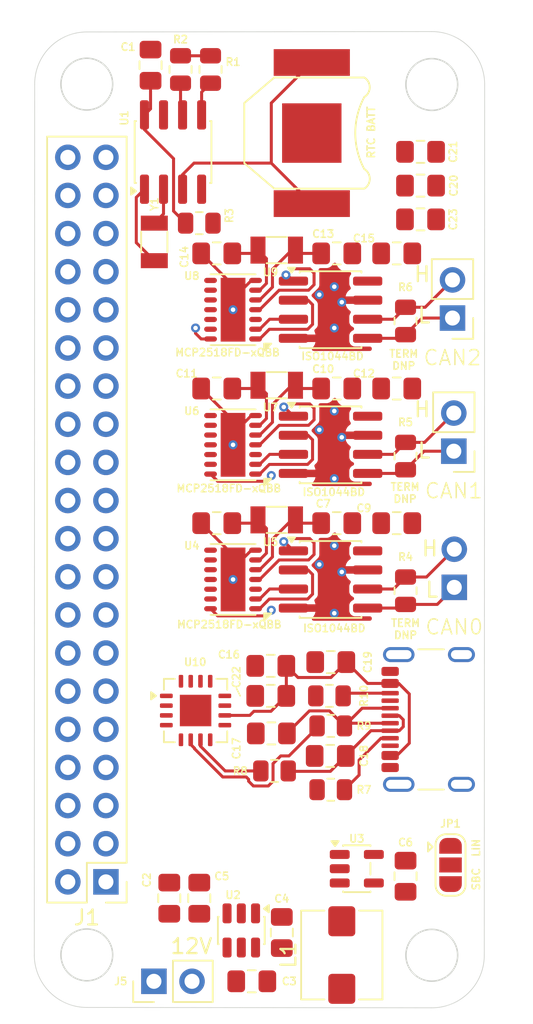
<source format=kicad_pcb>
(kicad_pcb (version 20241229) (generator "pcbnew") (generator_version "9.0")
  (layers (0 "F.Cu" signal) (4 "In1.Cu" signal) (6 "In2.Cu" signal) (2 "B.Cu" signal) (13 "F.Paste" user) (15 "B.Paste" user) (5 "F.SilkS" user "F.Silkscreen") (7 "B.SilkS" user "B.Silkscreen") (1 "F.Mask" user) (3 "B.Mask" user) (25 "Edge.Cuts" user))
  (net 0 "")
  (net 1 "Net-(BT1-+)")
  (net 2 "GND")
  (net 3 "Net-(U1-VDD)")
  (net 4 "+12V")
  (net 5 "Net-(U2-SW)")
  (net 6 "Net-(U2-BST)")
  (net 7 "+5V")
  (net 8 "Net-(JP1-A)")
  (net 9 "Net-(U4-OSC2)")
  (net 10 "Net-(U4-OSC1)")
  (net 11 "Net-(U6-OSC2)")
  (net 12 "Net-(U6-OSC1)")
  (net 13 "Net-(U8-OSC2)")
  (net 14 "Net-(U8-OSC1)")
  (net 15 "Net-(U10-VCC)")
  (net 16 "Net-(C17-Pad1)")
  (net 17 "Net-(C18-Pad1)")
  (net 18 "+3V3")
  (net 19 "/CAN1_~{INT0}")
  (net 20 "/CAN0_~{INT0}")
  (net 21 "/RF_SPI_~{CS}")
  (net 22 "/PI_RX")
  (net 23 "/CAN1_GPIO1")
  (net 25 "/CAN2_~{INT0}")
  (net 26 "/CAN2_~{CS}")
  (net 27 "/CAN_SPI_MISO")
  (net 28 "/CAN2_~{INT1}")
  (net 29 "/RF_SPI_MISO")
  (net 30 "/CAN0_GPIO1")
  (net 31 "/CAN1_~{CS}")
  (net 33 "/CAN0_~{INT1}")
  (net 35 "/RF_SPI_SCLK")
  (net 37 "/CAN_SPI_SCLK")
  (net 38 "/CAN2_GPIO1")
  (net 39 "/SBC_3v3")
  (net 40 "/CAN_SPI_MOSI")
  (net 41 "/CAN0_~{CS}")
  (net 43 "/PI_TX")
  (net 46 "/CAN1_~{INT1}")
  (net 47 "/RF_SPI_MOSI")
  (net 48 "/Can interface and transiever/CAN_H")
  (net 49 "/Can interface and transiever/CAN_L")
  (net 50 "/Can interface and transiever1/CAN_L")
  (net 51 "/Can interface and transiever1/CAN_H")
  (net 52 "/Can interface and transiever2/CAN_H")
  (net 53 "/Can interface and transiever2/CAN_L")
  (net 54 "Net-(J8-CC1)")
  (net 58 "Net-(J8-CC2)")
  (net 59 "/SDA_I2C1")
  (net 60 "/SCL_I2C1")
  (net 61 "Net-(U10-USBDM)")
  (net 62 "Net-(U10-USBDP)")
  (net 63 "Net-(U1-OSCO)")
  (net 64 "Net-(U1-OSCI)")
  (net 65 "SQW")
  (net 67 "Net-(U4-RXCAN)")
  (net 69 "Net-(U4-TXCAN)")
  (net 70 "Net-(U6-TXCAN)")
  (net 71 "Net-(U6-RXCAN)")
  (net 73 "Net-(U8-RXCAN)")
  (net 75 "Net-(U8-TXCAN)")
  (footprint "Resistor_SMD:R_0805_2012Metric" (layer "F.Cu") (at 141.2655 73.988087 180)
    (property "Reference" "R9")
    (property "Value" "27Ω")
  )
  (footprint "Capacitor_SMD:C_0805_2012Metric_Pad1.18x1.45mm_HandSolder" (layer "F.Cu") (at 141.2655 69.738087)
    (property "Reference" "C19")
    (property "Value" "100nF")
  )
  (footprint "Resistor_SMD:R_0805_2012Metric" (layer "F.Cu") (at 146.25 56.015 -90)
    (property "Reference" "R5")
    (property "Value" "120R")
  )
  (footprint "Connector_PinHeader_2.54mm:PinHeader_2x20_P2.54mm_Vertical" (layer "F.Cu") (at 126.275 84.375 180)
    (property "Reference" "J1")
    (property "Value" "Raspberry_Pi_4")
  )
  (footprint "Capacitor_SMD:C_0805_2012Metric_Pad1.18x1.45mm_HandSolder" (layer "F.Cu") (at 132.5 85.4625 90)
    (property "Reference" "C5")
    (property "Value" "1uF")
  )
  (footprint "Inductor_SMD:L_Bourns_SRP5030T" (layer "F.Cu") (at 142 89.25 90)
    (property "Reference" "L1")
    (property "Value" "4.7uF")
  )
  (footprint "Connector_PinHeader_2.54mm:PinHeader_1x02_P2.54mm_Vertical" (layer "F.Cu") (at 149.468454 55.69 180)
    (property "Reference" "J3" (hide yes))
    (property "Value" "CAN1")
  )
  (footprint "Resistor_SMD:R_0805_2012Metric" (layer "F.Cu") (at 132.5 40.5 180)
    (property "Reference" "R3")
    (property "Value" "1k")
  )
  (footprint "Capacitor_SMD:C_0805_2012Metric_Pad1.18x1.45mm_HandSolder" (layer "F.Cu") (at 137.2655 71.988087)
    (property "Reference" "C22")
    (property "Value" "4.7uF")
  )
  (footprint "Capacitor_SMD:C_0805_2012Metric_Pad1.18x1.45mm_HandSolder" (layer "F.Cu") (at 137.303 74.488087 180)
    (property "Reference" "C17")
    (property "Value" "47pF")
  )
  (footprint "Capacitor_SMD:C_0805_2012Metric_Pad1.18x1.45mm_HandSolder" (layer "F.Cu") (at 145.6625 51.515)
    (property "Reference" "C12")
    (property "Value" "100nF")
  )
  (footprint "Capacitor_SMD:C_0805_2012Metric_Pad1.18x1.45mm_HandSolder" (layer "F.Cu") (at 137.2655 69.988087)
    (property "Reference" "C16")
    (property "Value" "10nF")
  )
  (footprint "Resistor_SMD:R_0805_2012Metric" (layer "F.Cu") (at 133.25 30.265 -90)
    (property "Reference" "R1")
    (property "Value" "10k")
  )
  (footprint "Package_SO:SOIC-8_3.9x4.9mm_P1.27mm" (layer "F.Cu") (at 141.25 64.23375)
    (property "Reference" "U5")
    (property "Value" "ISO1044BD")
  )
  (footprint "Capacitor_SMD:C_0805_2012Metric_Pad1.18x1.45mm_HandSolder" (layer "F.Cu") (at 133.6625 51.515 180)
    (property "Reference" "C11")
    (property "Value" "22pF")
  )
  (footprint "Resistor_SMD:R_0805_2012Metric" (layer "F.Cu") (at 146.25 47.015 -90)
    (property "Reference" "R6")
    (property "Value" "120R")
  )
  (footprint "Crystal:Crystal_SMD_3215-2Pin_3.2x1.5mm" (layer "F.Cu") (at 137.6625 60.265)
    (property "Reference" "XTAL1" (hide yes))
    (property "Value" "ECS-_327-12_5-34B-TR")
  )
  (footprint "Battery:BatteryHolder_Keystone_2998_1x6.8mm" (layer "F.Cu") (at 140 34.5 -90)
    (property "Reference" "BT1" (hide yes))
    (property "Value" "CR1025 Battery Holder")
  )
  (footprint "Package_SO:SOIC-8_3.9x4.9mm_P1.27mm" (layer "F.Cu") (at 141.25 46.265)
    (property "Reference" "U9" (hide yes))
    (property "Value" "ISO1044BD")
  )
  (footprint "Capacitor_SMD:C_0805_2012Metric_Pad1.18x1.45mm_HandSolder" (layer "F.Cu") (at 133.6625 42.515 180)
    (property "Reference" "C14")
    (property "Value" "22pF")
  )
  (footprint "Resistor_SMD:R_0805_2012Metric" (layer "F.Cu") (at 146.25 64.98375 -90)
    (property "Reference" "R4")
    (property "Value" "120R")
  )
  (footprint "Capacitor_SMD:C_0805_2012Metric_Pad1.18x1.45mm_HandSolder" (layer "F.Cu") (at 133.6625 60.48375 180)
    (property "Reference" "C8" (hide yes))
    (property "Value" "22pF")
  )
  (footprint "Capacitor_SMD:C_0805_2012Metric_Pad1.18x1.45mm_HandSolder" (layer "F.Cu") (at 147.25 40.25 180)
    (property "Reference" "C23")
    (property "Value" "100nF")
  )
  (footprint "Resistor_SMD:R_0805_2012Metric" (layer "F.Cu") (at 141.178 71.988087 180)
    (property "Reference" "R10")
    (property "Value" "5.1kΩ")
  )
  (footprint "Connector_PinHeader_2.54mm:PinHeader_1x02_P2.54mm_Vertical" (layer "F.Cu") (at 129.475 91 90)
    (property "Reference" "J5")
    (property "Value" "PWR IN")
  )
  (footprint "Resistor_SMD:R_0805_2012Metric" (layer "F.Cu") (at 131.25 30.265 -90)
    (property "Reference" "R2")
    (property "Value" "10k")
  )
  (footprint "Capacitor_SMD:C_0805_2012Metric_Pad1.18x1.45mm_HandSolder" (layer "F.Cu") (at 141.6625 51.515)
    (property "Reference" "C10")
    (property "Value" "22pF")
  )
  (footprint "Capacitor_SMD:C_0805_2012Metric_Pad1.18x1.45mm_HandSolder" (layer "F.Cu") (at 129.25 29.9775 90)
    (property "Reference" "C1")
    (property "Value" "10uF")
  )
  (footprint "Capacitor_SMD:C_0805_2012Metric_Pad1.18x1.45mm_HandSolder" (layer "F.Cu") (at 147.25 38 180)
    (property "Reference" "C20")
    (property "Value" "100nF")
  )
  (footprint "Capacitor_SMD:C_0805_2012Metric_Pad1.18x1.45mm_HandSolder" (layer "F.Cu") (at 136 91)
    (property "Reference" "C3")
    (property "Value" "100nF")
  )
  (footprint "Package_DFN_QFN:DFN-14-1EP_3x4.5mm_P0.65mm_EP1.65x4.25mm" (layer "F.Cu") (at 134.75 64.23375 180)
    (property "Reference" "U4")
    (property "Value" "MCP2518FD-xQBB")
  )
  (footprint "Package_SO:SOIC-8_3.9x4.9mm_P1.27mm" (layer "F.Cu") (at 130.75 35.765 90)
    (property "Reference" "U1")
    (property "Value" "PCF8523T")
  )
  (footprint "Resistor_SMD:R_0805_2012Metric" (layer "F.Cu") (at 141.2655 78.238087 180)
    (property "Reference" "R7")
    (property "Value" "5.1kΩ")
  )
  (footprint "Package_SO:SOIC-8_3.9x4.9mm_P1.27mm" (layer "F.Cu") (at 141.25 55.265)
    (property "Reference" "U7" (hide yes))
    (property "Value" "ISO1044BD")
  )
  (footprint "Connector_PinHeader_2.54mm:PinHeader_1x02_P2.54mm_Vertical" (layer "F.Cu") (at 149.380954 46.82125 180)
    (property "Reference" "J4" (hide yes))
    (property "Value" "CAN2")
  )
  (footprint "Jumper:SolderJumper-3_P1.3mm_Open_RoundedPad1.0x1.5mm" (layer "F.Cu") (at 149.25 83.25 -90)
    (property "Reference" "JP1")
    (property "Value" "3.3 Sel")
  )
  (footprint "Package_DFN_QFN:QFN-16-1EP_4x4mm_P0.65mm_EP2.1x2.1mm" (layer "F.Cu") (at 132.253 72.963087)
    (property "Reference" "U10")
    (property "Value" "FT230XQ")
  )
  (footprint "Connector_PinHeader_2.54mm:PinHeader_1x02_P2.54mm_Vertical" (layer "F.Cu") (at 149.5 64.75875 180)
    (property "Reference" "J2" (hide yes))
    (property "Value" "CAN0")
  )
  (footprint "Package_DFN_QFN:DFN-14-1EP_3x4.5mm_P0.65mm_EP1.65x4.25mm" (layer "F.Cu") (at 134.75 55.265 180)
    (property "Reference" "U6" (hide yes))
    (property "Value" "MCP2518FD-xQBB")
  )
  (footprint "Connector_USB:USB_C_Receptacle_GCT_USB4105-xx-A_16P_TopMnt_Horizontal" (layer "F.Cu") (at 148.903 73.558087 90)
    (property "Reference" "J8" (hide yes))
    (property "Value" "USB_C_Receptacle_USB2.0_16P")
  )
  (footprint "Capacitor_SMD:C_0805_2012Metric_Pad1.18x1.45mm_HandSolder" (layer "F.Cu") (at 141.6625 60.48375)
    (property "Reference" "C7")
    (property "Value" "22pF")
  )
  (footprint "Capacitor_SMD:C_0805_2012Metric_Pad1.18x1.45mm_HandSolder" (layer "F.Cu") (at 145.6625 60.48375)
    (property "Reference" "C9")
    (property "Value" "100nF")
  )
  (footprint "Package_TO_SOT_SMD:TSOT-23-6" (layer "F.Cu") (at 135.3 87.6125 -90)
    (property "Reference" "U2")
    (property "Value" "AP63205WU")
  )
  (footprint "Crystal:Crystal_SMD_3215-2Pin_3.2x1.5mm" (layer "F.Cu") (at 129.5 41.75 90)
    (property "Reference" "Y1")
    (property "Value" "32.768 kHz Quartz Crystal")
  )
  (footprint "Resistor_SMD:R_0805_2012Metric" (layer "F.Cu") (at 137.5155 76.988087 180)
    (property "Reference" "R8")
    (property "Value" "27Ω")
  )
  (footprint "Capacitor_SMD:C_0805_2012Metric_Pad1.18x1.45mm_HandSolder" (layer "F.Cu") (at 130.5 85.4625 -90)
    (property "Reference" "C2")
    (property "Value" "10uF")
  )
  (footprint "Capacitor_SMD:C_0805_2012Metric_Pad1.18x1.45mm_HandSolder" (layer "F.Cu") (at 145.6625 42.515)
    (property "Reference" "C15")
    (property "Value" "100nF")
  )
  (footprint "Package_DFN_QFN:DFN-14-1EP_3x4.5mm_P0.65mm_EP1.65x4.25mm" (layer "F.Cu") (at 134.75 46.265 180)
    (property "Reference" "U8" (hide yes))
    (property "Value" "MCP2518FD-xQBB")
  )
  (footprint "Crystal:Crystal_SMD_3215-2Pin_3.2x1.5mm" (layer "F.Cu") (at 137.6625 42.29625)
    (property "Reference" "XTAL3" (hide yes))
    (property "Value" "ECS-_327-12_5-34B-TR")
  )
  (footprint "Capacitor_SMD:C_0805_2012Metric_Pad1.18x1.45mm_HandSolder" (layer "F.Cu") (at 147.25 35.75 180)
    (property "Reference" "C21")
    (property "Value" "100nF")
  )
  (footprint "Capacitor_SMD:C_0805_2012Metric_Pad1.18x1.45mm_HandSolder" (layer "F.Cu") (at 138 87.75 90)
    (property "Reference" "C4")
    (property "Value" "47uF")
  )
  (footprint "Capacitor_SMD:C_0805_2012Metric_Pad1.18x1.45mm_HandSolder" (layer "F.Cu") (at 141.6625 42.515)
    (property "Reference" "C13")
    (property "Value" "22pF")
  )
  (footprint "Package_TO_SOT_SMD:SOT-23-5" (layer "F.Cu") (at 143 83.5)
    (property "Reference" "U3")
    (property "Value" "MIC5504-3.3YM5")
  )
  (footprint "Capacitor_SMD:C_0805_2012Metric_Pad1.18x1.45mm_HandSolder" (layer "F.Cu") (at 141.228 75.988087 180)
    (property "Reference" "C18")
    (property "Value" "47pF")
  )
  (footprint "Capacitor_SMD:C_0805_2012Metric_Pad1.18x1.45mm_HandSolder" (layer "F.Cu") (at 146.25 84 90)
    (property "Reference" "C6")
    (property "Value" "1uF")
  )
  (footprint "Crystal:Crystal_SMD_3215-2Pin_3.2x1.5mm" (layer "F.Cu") (at 137.6625 51.29625)
    (property "Reference" "XTAL2" (hide yes))
    (property "Value" "ECS-_327-12_5-34B-TR")
  )
  (gr_line (start 134.978 71.488087) (end 135.228 71.988087) (stroke (width 0.1)) (layer "F.SilkS"))
  (gr_line (start 121.500027 89.265) (end 121.525191 31.264819) (stroke (width 0.05)) (layer "Edge.Cuts"))
  (gr_arc (start 148 27.739874) (mid 150.483678 28.763428) (end 151.525035 31.239694) (stroke (width 0.05)) (layer "Edge.Cuts"))
  (gr_arc (start 151.5 89.239874) (mid 150.479014 91.735855) (end 147.986412 92.765064) (stroke (width 0.05)) (layer "Edge.Cuts"))
  (gr_circle (center 148 89.265) (end 148 87.540126) (stroke (width 0.1)) (fill no) (layer "Edge.Cuts"))
  (gr_line (start 151.525035 31.239671) (end 151.5 89.239901) (stroke (width 0.05)) (layer "Edge.Cuts"))
  (gr_circle (center 125 89.239874) (end 125 87.515) (stroke (width 0.1)) (fill no) (layer "Edge.Cuts"))
  (gr_arc (start 125 92.739964) (mid 122.533962 91.723679) (end 121.5 89.265) (stroke (width 0.05)) (layer "Edge.Cuts"))
  (gr_circle (center 124.999999 31.239873) (end 124.999999 29.514999) (stroke (width 0.1)) (fill no) (layer "Edge.Cuts"))
  (gr_line (start 125.01349 27.765028) (end 148 27.739874) (stroke (width 0.05)) (layer "Edge.Cuts"))
  (gr_arc (start 121.52519 31.264819) (mid 122.538828 28.786802) (end 125.01349 27.765) (stroke (width 0.05)) (layer "Edge.Cuts"))
  (gr_line (start 147.986412 92.765064) (end 125 92.739964) (stroke (width 0.05)) (layer "Edge.Cuts"))
  (gr_circle (center 148.000001 31.264999) (end 148.000001 29.540125) (stroke (width 0.1)) (fill no) (layer "Edge.Cuts"))
  (gr_text "CAN1" (at 147.468454 58.915 0) (layer "F.SilkS") (effects (font (size 1 1) (thickness 0.1)) (justify left bottom)))
  (gr_text "H" (at 146.735 53.492064 0) (layer "F.SilkS") (effects (font (size 1 1)) (justify left bottom)))
  (gr_text "L" (at 146.985 47.242064 0) (layer "F.SilkS") (effects (font (size 1 1)) (justify left bottom)))
  (gr_text "L" (at 146.985 56.242064 0) (layer "F.SilkS") (effects (font (size 1 1)) (justify left bottom)))
  (gr_text "ISO1044BD" (at 141.468454 58.415 0) (layer "F.SilkS") (effects (font (size 0.5 0.5) (thickness 0.1) (bold yes))))
  (gr_text "ISO1044BD" (at 141.380954 49.365 0) (layer "F.SilkS") (effects (font (size 0.5 0.5) (thickness 0.1) (bold yes))))
  (gr_text "CAN0" (at 147.5 67.98375 0) (layer "F.SilkS") (effects (font (size 1 1) (thickness 0.1)) (justify left bottom)))
  (gr_text "12V" (at 130.5 89.25 0) (layer "F.SilkS") (effects (font (size 1 1)) (justify left bottom)))
  (gr_text "H" (at 146.735 44.492064 0) (layer "F.SilkS") (effects (font (size 1 1)) (justify left bottom)))
  (gr_text "SBC  LIN" (at 151.25 85 90) (layer "F.SilkS") (effects (font (size 0.5 0.5) (thickness 0.1) (bold yes)) (justify left bottom)))
  (gr_text "MCP2518FD-xQBB" (at 134.468454 58.165 0) (layer "F.SilkS") (effects (font (size 0.5 0.5) (thickness 0.1) (bold yes))))
  (gr_text "MCP2518FD-xQBB" (at 134.380954 49.115 0) (layer "F.SilkS") (effects (font (size 0.5 0.5) (thickness 0.1) (bold yes))))
  (gr_text "TERM\nDNP" (at 146.130954 50.29625 0) (layer "F.SilkS") (effects (font (size 0.5 0.5) (thickness 0.1)) (justify bottom)))
  (gr_text "TERM\nDNP" (at 146.25 68.23375 0) (layer "F.SilkS") (effects (font (size 0.5 0.5) (thickness 0.1)) (justify bottom)))
  (gr_text "CAN2" (at 147.380954 50.04625 0) (layer "F.SilkS") (effects (font (size 1 1) (thickness 0.1)) (justify left bottom)))
  (gr_text "TERM\nDNP" (at 146.218454 59.165 0) (layer "F.SilkS") (effects (font (size 0.5 0.5) (thickness 0.1)) (justify bottom)))
  (gr_text "RTC BATT" (at 144.25 36.25 90) (layer "F.SilkS") (effects (font (size 0.5 0.5) (thickness 0.1) (bold yes)) (justify left bottom)))
  (segment (start 137.3 36.5) (end 140 39.2) (width 0.2) (layer "F.Cu") (net 1))
  (segment (start 140 29.8) (end 137.3 32.5) (width 0.2) (layer "F.Cu") (net 1))
  (segment (start 137.3 32.5) (end 137.3 36.5) (width 0.2) (layer "F.Cu") (net 1))
  (segment (start 131.385 38.24) (end 131.385 37.265001) (width 0.2) (layer "F.Cu") (net 1))
  (segment (start 131.385 37.265001) (end 132.150001 36.5) (width 0.2) (layer "F.Cu") (net 1))
  (segment (start 132.150001 36.5) (end 137.3 36.5) (width 0.2) (layer "F.Cu") (net 1))
  (segment (start 143.725 54.63) (end 142.135 54.63) (width 0.2) (layer "F.Cu") (net 2))
  (segment (start 142.135 63.59875) (end 142 63.73375) (width 0.2) (layer "F.Cu") (net 2))
  (segment (start 136.25 62.28375) (end 135.975 62.28375) (width 0.2) (layer "F.Cu") (net 2))
  (segment (start 135.975 53.315) (end 134.75 54.54) (width 0.2) (layer "F.Cu") (net 2))
  (segment (start 134.75 54.54) (end 134.75 55.265) (width 0.2) (layer "F.Cu") (net 2))
  (segment (start 134.75 44.3025) (end 134.75 46.265) (width 0.2) (layer "F.Cu") (net 2))
  (segment (start 143.725 63.59875) (end 142.135 63.59875) (width 0.2) (layer "F.Cu") (net 2))
  (segment (start 136.25 53.315) (end 135.975 53.315) (width 0.2) (layer "F.Cu") (net 2))
  (segment (start 135.975 44.315) (end 134.75 45.54) (width 0.2) (layer "F.Cu") (net 2))
  (segment (start 132.625 60.48375) (end 134.75 62.60875) (width 0.2) (layer "F.Cu") (net 2))
  (segment (start 143.725 45.63) (end 142.135 45.63) (width 0.2) (layer "F.Cu") (net 2))
  (segment (start 142.135 45.63) (end 142 45.765) (width 0.2) (layer "F.Cu") (net 2))
  (segment (start 134.75 45.54) (end 134.75 46.265) (width 0.2) (layer "F.Cu") (net 2))
  (segment (start 132.625 51.515) (end 134.75 53.64) (width 0.2) (layer "F.Cu") (net 2))
  (segment (start 132.625 42.515) (end 134.75 44.64) (width 0.2) (layer "F.Cu") (net 2))
  (segment (start 134.75 53.64) (end 134.75 55.265) (width 0.2) (layer "F.Cu") (net 2))
  (segment (start 134.75 44.64) (end 134.75 46.265) (width 0.2) (layer "F.Cu") (net 2))
  (segment (start 134.75 53.3025) (end 134.75 55.265) (width 0.2) (layer "F.Cu") (net 2))
  (segment (start 135.975 62.28375) (end 134.75 63.50875) (width 0.2) (layer "F.Cu") (net 2))
  (segment (start 134.75 62.60875) (end 134.75 64.23375) (width 0.2) (layer "F.Cu") (net 2))
  (segment (start 134.75 62.27125) (end 134.75 64.23375) (width 0.2) (layer "F.Cu") (net 2))
  (segment (start 142.135 54.63) (end 142 54.765) (width 0.2) (layer "F.Cu") (net 2))
  (segment (start 136.25 44.315) (end 135.975 44.315) (width 0.2) (layer "F.Cu") (net 2))
  (segment (start 134.75 63.50875) (end 134.75 64.23375) (width 0.2) (layer "F.Cu") (net 2))
  (via (at 142 63.73375) (size 0.6) (drill 0.3) (layers "F.Cu" "B.Cu") (net 2))
  (via (at 141.5 47.48375) (size 0.6) (drill 0.3) (layers "F.Cu" "B.Cu") (net 2))
  (via (at 141.5 57.515) (size 0.6) (drill 0.3) (layers "F.Cu" "B.Cu") (net 2))
  (via (at 134.75 46.265) (size 0.6) (drill 0.3) (layers "F.Cu" "B.Cu") (net 2))
  (via (at 140.5 45.265) (size 0.6) (drill 0.3) (layers "F.Cu" "B.Cu") (net 2))
  (via (at 141.5 44.73375) (size 0.6) (drill 0.3) (layers "F.Cu" "B.Cu") (net 2))
  (via (at 141.5 66.48375) (size 0.6) (drill 0.3) (layers "F.Cu" "B.Cu") (net 2))
  (via (at 134.75 64.23375) (size 0.6) (drill 0.3) (layers "F.Cu" "B.Cu") (net 2))
  (via (at 140.5 54.265) (size 0.6) (drill 0.3) (layers "F.Cu" "B.Cu") (net 2))
  (via (at 142 45.765) (size 0.6) (drill 0.3) (layers "F.Cu" "B.Cu") (net 2))
  (via (at 140.5 63.23375) (size 0.6) (drill 0.3) (layers "F.Cu" "B.Cu") (net 2))
  (via (at 141.5 53.015) (size 0.6) (drill 0.3) (layers "F.Cu" "B.Cu") (net 2))
  (via (at 141.5 61.98375) (size 0.6) (drill 0.3) (layers "F.Cu" "B.Cu") (net 2))
  (via (at 142 54.765) (size 0.6) (drill 0.3) (layers "F.Cu" "B.Cu") (net 2))
  (via (at 134.75 55.265) (size 0.6) (drill 0.3) (layers "F.Cu" "B.Cu") (net 2))
  (segment (start 129.25 31.015) (end 129.25 32.885) (width 0.2) (layer "F.Cu") (net 3))
  (segment (start 130.784 36.203999) (end 128.845 34.264999) (width 0.2) (layer "F.Cu") (net 3))
  (segment (start 128.845 34.264999) (end 128.845 33.29) (width 0.2) (layer "F.Cu") (net 3))
  (segment (start 131.5875 40.5) (end 130.784 39.6965) (width 0.2) (layer "F.Cu") (net 3))
  (segment (start 130.784 39.6965) (end 130.784 36.203999) (width 0.2) (layer "F.Cu") (net 3))
  (segment (start 129.25 32.885) (end 128.845 33.29) (width 0.2) (layer "F.Cu") (net 3))
  (segment (start 143.575 44.21) (end 143.725 44.36) (width 0.2) (layer "F.Cu") (net 7))
  (segment (start 143.575 53.21) (end 143.725 53.36) (width 0.2) (layer "F.Cu") (net 7))
  (segment (start 143.575 62.17875) (end 143.725 62.32875) (width 0.2) (layer "F.Cu") (net 7))
  (segment (start 140.625 60.48375) (end 139.13125 60.48375) (width 0.2) (layer "F.Cu") (net 9))
  (segment (start 137.378 61.5495) (end 138.6625 60.265) (width 0.2) (layer "F.Cu") (net 9))
  (segment (start 139.13125 60.48375) (end 138.9125 60.265) (width 0.2) (layer "F.Cu") (net 9))
  (segment (start 138.6625 60.265) (end 138.9125 60.265) (width 0.2) (layer "F.Cu") (net 9))
  (segment (start 137.378 62.73075) (end 137.378 61.5495) (width 0.2) (layer "F.Cu") (net 9))
  (segment (start 136.25 63.58375) (end 136.525 63.58375) (width 0.2) (layer "F.Cu") (net 9))
  (segment (start 136.525 63.58375) (end 137.378 62.73075) (width 0.2) (layer "F.Cu") (net 9))
  (segment (start 136.19375 60.48375) (end 136.4125 60.265) (width 0.2) (layer "F.Cu") (net 10))
  (segment (start 134.7 60.48375) (end 136.19375 60.48375) (width 0.2) (layer "F.Cu") (net 10))
  (segment (start 136.4125 60.265) (end 136.976 60.8285) (width 0.2) (layer "F.Cu") (net 10))
  (segment (start 136.25 62.93375) (end 136.525 62.93375) (width 0.2) (layer "F.Cu") (net 10))
  (segment (start 136.525 62.93375) (end 136.976 62.48275) (width 0.2) (layer "F.Cu") (net 10))
  (segment (start 136.976 60.8285) (end 136.976 62.48275) (width 0.2) (layer "F.Cu") (net 10))
  (segment (start 139.13125 51.515) (end 138.9125 51.29625) (width 0.2) (layer "F.Cu") (net 11))
  (segment (start 137.378 53.762) (end 137.378 52.58075) (width 0.2) (layer "F.Cu") (net 11))
  (segment (start 138.6625 51.29625) (end 138.9125 51.29625) (width 0.2) (layer "F.Cu") (net 11))
  (segment (start 137.378 52.58075) (end 138.6625 51.29625) (width 0.2) (layer "F.Cu") (net 11))
  (segment (start 136.525 54.615) (end 137.378 53.762) (width 0.2) (layer "F.Cu") (net 11))
  (segment (start 136.25 54.615) (end 136.525 54.615) (width 0.2) (layer "F.Cu") (net 11))
  (segment (start 140.625 51.515) (end 139.13125 51.515) (width 0.2) (layer "F.Cu") (net 11))
  (segment (start 136.4125 51.29625) (end 136.976 51.85975) (width 0.2) (layer "F.Cu") (net 12))
  (segment (start 136.25 53.965) (end 136.525 53.965) (width 0.2) (layer "F.Cu") (net 12))
  (segment (start 136.19375 51.515) (end 136.4125 51.29625) (width 0.2) (layer "F.Cu") (net 12))
  (segment (start 136.525 53.965) (end 136.976 53.514) (width 0.2) (layer "F.Cu") (net 12))
  (segment (start 134.7 51.515) (end 136.19375 51.515) (width 0.2) (layer "F.Cu") (net 12))
  (segment (start 136.976 51.85975) (end 136.976 53.514) (width 0.2) (layer "F.Cu") (net 12))
  (segment (start 136.525 45.615) (end 137.378 44.762) (width 0.2) (layer "F.Cu") (net 13))
  (segment (start 139.13125 42.515) (end 138.9125 42.29625) (width 0.2) (layer "F.Cu") (net 13))
  (segment (start 138.6625 42.29625) (end 138.9125 42.29625) (width 0.2) (layer "F.Cu") (net 13))
  (segment (start 137.378 43.58075) (end 138.6625 42.29625) (width 0.2) (layer "F.Cu") (net 13))
  (segment (start 140.625 42.515) (end 139.13125 42.515) (width 0.2) (layer "F.Cu") (net 13))
  (segment (start 137.378 44.762) (end 137.378 43.58075) (width 0.2) (layer "F.Cu") (net 13))
  (segment (start 136.25 45.615) (end 136.525 45.615) (width 0.2) (layer "F.Cu") (net 13))
  (segment (start 136.19375 42.515) (end 136.4125 42.29625) (width 0.2) (layer "F.Cu") (net 14))
  (segment (start 136.525 44.965) (end 136.976 44.514) (width 0.2) (layer "F.Cu") (net 14))
  (segment (start 136.4125 42.29625) (end 136.976 42.85975) (width 0.2) (layer "F.Cu") (net 14))
  (segment (start 136.976 42.85975) (end 136.976 44.514) (width 0.2) (layer "F.Cu") (net 14))
  (segment (start 136.25 44.965) (end 136.525 44.965) (width 0.2) (layer "F.Cu") (net 14))
  (segment (start 134.7 42.515) (end 136.19375 42.515) (width 0.2) (layer "F.Cu") (net 14))
  (segment (start 146.5 71.860088) (end 145.797999 71.158087) (width 0.2) (layer "F.Cu") (net 15))
  (segment (start 134.203 73.288087) (end 135.86684 73.288087) (width 0.2) (layer "F.Cu") (net 15))
  (segment (start 145.681824 75.958087) (end 146.5 75.139911) (width 0.2) (layer "F.Cu") (net 15))
  (segment (start 143.723 71.158087) (end 142.303 69.738087) (width 0.2) (layer "F.Cu") (net 15))
  (segment (start 145.223 75.958087) (end 145.681824 75.958087) (width 0.2) (layer "F.Cu") (net 15))
  (segment (start 146.5 75.139911) (end 146.5 71.860088) (width 0.2) (layer "F.Cu") (net 15))
  (segment (start 138.303 69.988087) (end 138.303 71.988087) (width 0.2) (layer "F.Cu") (net 15))
  (segment (start 142.303 69.738087) (end 141.277 70.764087) (width 0.2) (layer "F.Cu") (net 15))
  (segment (start 135.86684 73.288087) (end 136.14084 73.014087) (width 0.2) (layer "F.Cu") (net 15))
  (segment (start 136.14084 73.014087) (end 137.277 73.014087) (width 0.2) (layer "F.Cu") (net 15))
  (segment (start 145.797999 71.158087) (end 145.223 71.158087) (width 0.2) (layer "F.Cu") (net 15))
  (segment (start 145.223 71.158087) (end 143.723 71.158087) (width 0.2) (layer "F.Cu") (net 15))
  (segment (start 139.079 70.764087) (end 138.303 69.988087) (width 0.2) (layer "F.Cu") (net 15))
  (segment (start 141.277 70.764087) (end 139.079 70.764087) (width 0.2) (layer "F.Cu") (net 15))
  (segment (start 137.277 73.014087) (end 138.303 71.988087) (width 0.2) (layer "F.Cu") (net 15))
  (segment (start 142.358 73.808087) (end 142.178 73.988087) (width 0.2) (layer "F.Cu") (net 16))
  (segment (start 143.358 72.808087) (end 145.223 72.808087) (width 0.2) (layer "F.Cu") (net 16))
  (segment (start 139.8405 72.988087) (end 141.178 72.988087) (width 0.2) (layer "F.Cu") (net 16))
  (segment (start 142.178 73.988087) (end 143.358 72.808087) (width 0.2) (layer "F.Cu") (net 16))
  (segment (start 145.223 73.808087) (end 142.358 73.808087) (width 0.2) (layer "F.Cu") (net 16))
  (segment (start 141.178 72.988087) (end 142.178 73.988087) (width 0.2) (layer "F.Cu") (net 16))
  (segment (start 138.3405 74.488087) (end 139.8405 72.988087) (width 0.2) (layer "F.Cu") (net 16))
  (segment (start 146.099 74.040911) (end 146.099 73.575263) (width 0.2) (layer "F.Cu") (net 17))
  (segment (start 146.099 73.575263) (end 145.831824 73.308087) (width 0.2) (layer "F.Cu") (net 17))
  (segment (start 145.831824 74.308087) (end 146.099 74.040911) (width 0.2) (layer "F.Cu") (net 17))
  (segment (start 145.831824 73.308087) (end 145.223 73.308087) (width 0.2) (layer "F.Cu") (net 17))
  (segment (start 142.2655 75.988087) (end 143.9455 74.308087) (width 0.2) (layer "F.Cu") (net 17))
  (segment (start 145.223 74.308087) (end 145.831824 74.308087) (width 0.2) (layer "F.Cu") (net 17))
  (segment (start 138.428 76.988087) (end 138.454 77.014087) (width 0.2) (layer "F.Cu") (net 17))
  (segment (start 138.454 77.014087) (end 141.2395 77.014087) (width 0.2) (layer "F.Cu") (net 17))
  (segment (start 141.2395 77.014087) (end 142.2655 75.988087) (width 0.2) (layer "F.Cu") (net 17))
  (segment (start 143.9455 74.308087) (end 145.223 74.308087) (width 0.2) (layer "F.Cu") (net 17))
  (segment (start 140.152 52.83284) (end 139.86016 52.541) (width 0.2) (layer "F.Cu") (net 19))
  (segment (start 136.25 55.265) (end 136.525 55.265) (width 0.2) (layer "F.Cu") (net 19))
  (segment (start 137.824 53.966) (end 139.785968 53.966) (width 0.2) (layer "F.Cu") (net 19))
  (segment (start 139.86016 52.541) (end 138.71484 52.541) (width 0.2) (layer "F.Cu") (net 19))
  (segment (start 140.152 53.599968) (end 140.152 52.83284) (width 0.2) (layer "F.Cu") (net 19))
  (segment (start 139.785968 53.966) (end 140.152 53.599968) (width 0.2) (layer "F.Cu") (net 19))
  (segment (start 136.525 55.265) (end 137.824 53.966) (width 0.2) (layer "F.Cu") (net 19))
  (segment (start 136.25 64.23375) (end 136.525 64.23375) (width 0.2) (layer "F.Cu") (net 20))
  (segment (start 140.152 62.568718) (end 140.152 61.80159) (width 0.2) (layer "F.Cu") (net 20))
  (segment (start 140.152 61.80159) (end 139.86016 61.50975) (width 0.2) (layer "F.Cu") (net 20))
  (segment (start 136.525 64.23375) (end 137.824 62.93475) (width 0.2) (layer "F.Cu") (net 20))
  (segment (start 139.785968 62.93475) (end 140.152 62.568718) (width 0.2) (layer "F.Cu") (net 20))
  (segment (start 139.86016 61.50975) (end 138.71484 61.50975) (width 0.2) (layer "F.Cu") (net 20))
  (segment (start 137.824 62.93475) (end 139.785968 62.93475) (width 0.2) (layer "F.Cu") (net 20))
  (segment (start 140.152 44.599968) (end 140.152 43.83284) (width 0.2) (layer "F.Cu") (net 25))
  (segment (start 139.86016 43.541) (end 138.71484 43.541) (width 0.2) (layer "F.Cu") (net 25))
  (segment (start 136.525 46.265) (end 137.824 44.966) (width 0.2) (layer "F.Cu") (net 25))
  (segment (start 137.824 44.966) (end 139.785968 44.966) (width 0.2) (layer "F.Cu") (net 25))
  (segment (start 136.25 46.265) (end 136.525 46.265) (width 0.2) (layer "F.Cu") (net 25))
  (segment (start 140.152 43.83284) (end 139.86016 43.541) (width 0.2) (layer "F.Cu") (net 25))
  (segment (start 139.785968 44.966) (end 140.152 44.599968) (width 0.2) (layer "F.Cu") (net 25))
  (segment (start 138.775 62.32875) (end 138.161612 61.715362) (width 0.2) (layer "F.Cu") (net 39))
  (segment (start 133.25 66.18375) (end 133.726 66.65975) (width 0.2) (layer "F.Cu") (net 39))
  (segment (start 133.25 48.215) (end 132.625 48.215) (width 0.2) (layer "F.Cu") (net 39))
  (segment (start 131.25 29.3525) (end 133.25 29.3525) (width 0.2) (layer "F.Cu") (net 39))
  (segment (start 136.919233 57.691) (end 137.3 57.310233) (width 0.2) (layer "F.Cu") (net 39))
  (segment (start 133.25 57.215) (end 133.726 57.691) (width 0.2) (layer "F.Cu") (net 39))
  (segment (start 133.726 57.691) (end 136.919233 57.691) (width 0.2) (layer "F.Cu") (net 39))
  (segment (start 136.919233 66.65975) (end 137.3 66.278983) (width 0.2) (layer "F.Cu") (net 39))
  (segment (start 132.25 47.84) (end 132.25 47.48375) (width 0.2) (layer "F.Cu") (net 39))
  (segment (start 133.726 66.65975) (end 136.919233 66.65975) (width 0.2) (layer "F.Cu") (net 39))
  (segment (start 138.775 53.36) (end 138.161612 52.746612) (width 0.2) (layer "F.Cu") (net 39))
  (segment (start 138.161612 61.715362) (end 138.131378 61.715362) (width 0.2) (layer "F.Cu") (net 39))
  (segment (start 138.367739 43.952739) (end 138.775 44.36) (width 0.2) (layer "F.Cu") (net 39))
  (segment (start 132.625 48.215) (end 132.25 47.84) (width 0.2) (layer "F.Cu") (net 39))
  (segment (start 138.27841 43.952739) (end 138.367739 43.952739) (width 0.2) (layer "F.Cu") (net 39))
  (segment (start 138.161612 52.746612) (end 138.131378 52.746612) (width 0.2) (layer "F.Cu") (net 39))
  (via (at 138.131378 52.746612) (size 0.6) (drill 0.3) (layers "F.Cu" "B.Cu") (net 39))
  (via (at 138.27841 43.952739) (size 0.6) (drill 0.3) (layers "F.Cu" "B.Cu") (net 39))
  (via (at 137.3 66.278983) (size 0.6) (drill 0.3) (layers "F.Cu" "B.Cu") (net 39))
  (via (at 132.25 47.48375) (size 0.6) (drill 0.3) (layers "F.Cu" "B.Cu") (net 39))
  (via (at 138.131378 61.715362) (size 0.6) (drill 0.3) (layers "F.Cu" "B.Cu") (net 39))
  (via (at 137.3 57.310233) (size 0.6) (drill 0.3) (layers "F.Cu" "B.Cu") (net 39))
  (segment (start 149.5 62.21875) (end 147.6475 64.07125) (width 0.2) (layer "F.Cu") (net 48))
  (segment (start 145.4525 64.86875) (end 143.725 64.86875) (width 0.2) (layer "F.Cu") (net 48))
  (segment (start 147.6475 64.07125) (end 146.25 64.07125) (width 0.2) (layer "F.Cu") (net 48))
  (segment (start 146.25 64.07125) (end 145.4525 64.86875) (width 0.2) (layer "F.Cu") (net 48))
  (segment (start 143.725 66.13875) (end 146.0075 66.13875) (width 0.2) (layer "F.Cu") (net 49))
  (segment (start 148.3625 65.89625) (end 149.5 64.75875) (width 0.2) (layer "F.Cu") (net 49))
  (segment (start 146.25 65.89625) (end 148.3625 65.89625) (width 0.2) (layer "F.Cu") (net 49))
  (segment (start 146.0075 66.13875) (end 146.25 65.89625) (width 0.2) (layer "F.Cu") (net 49))
  (segment (start 149.468454 55.69) (end 147.4875 55.69) (width 0.2) (layer "F.Cu") (net 50))
  (segment (start 147.4875 55.69) (end 146.25 56.9275) (width 0.2) (layer "F.Cu") (net 50))
  (segment (start 146.0075 57.17) (end 146.25 56.9275) (width 0.2) (layer "F.Cu") (net 50))
  (segment (start 143.725 57.17) (end 146.0075 57.17) (width 0.2) (layer "F.Cu") (net 50))
  (segment (start 146.25 55.1025) (end 145.4525 55.9) (width 0.2) (layer "F.Cu") (net 51))
  (segment (start 147.515954 55.1025) (end 149.468454 53.15) (width 0.2) (layer "F.Cu") (net 51))
  (segment (start 145.4525 55.9) (end 143.725 55.9) (width 0.2) (layer "F.Cu") (net 51))
  (segment (start 146.25 55.1025) (end 147.515954 55.1025) (width 0.2) (layer "F.Cu") (net 51))
  (segment (start 146.25 46.1025) (end 147.559704 46.1025) (width 0.2) (layer "F.Cu") (net 52))
  (segment (start 145.4525 46.9) (end 143.725 46.9) (width 0.2) (layer "F.Cu") (net 52))
  (segment (start 147.559704 46.1025) (end 149.380954 44.28125) (width 0.2) (layer "F.Cu") (net 52))
  (segment (start 146.25 46.1025) (end 145.4525 46.9) (width 0.2) (layer "F.Cu") (net 52))
  (segment (start 146.0075 48.17) (end 146.25 47.9275) (width 0.2) (layer "F.Cu") (net 53))
  (segment (start 147.35625 46.82125) (end 146.25 47.9275) (width 0.2) (layer "F.Cu") (net 53))
  (segment (start 149.380954 46.82125) (end 147.35625 46.82125) (width 0.2) (layer "F.Cu") (net 53))
  (segment (start 143.725 48.17) (end 146.0075 48.17) (width 0.2) (layer "F.Cu") (net 53))
  (segment (start 143.154 77.262087) (end 142.178 78.238087) (width 0.2) (layer "F.Cu") (net 54))
  (segment (start 145.223 74.808087) (end 144.614176 74.808087) (width 0.2) (layer "F.Cu") (net 54))
  (segment (start 144.614176 74.808087) (end 143.154 76.268263) (width 0.2) (layer "F.Cu") (net 54))
  (segment (start 143.154 76.268263) (end 143.154 77.262087) (width 0.2) (layer "F.Cu") (net 54))
  (segment (start 142.2705 71.808087) (end 142.0905 71.988087) (width 0.2) (layer "F.Cu") (net 58))
  (segment (start 145.223 71.808087) (end 142.2705 71.808087) (width 0.2) (layer "F.Cu") (net 58))
  (segment (start 132.655 33.29) (end 132.655 31.7725) (width 0.2) (layer "F.Cu") (net 59))
  (segment (start 132.655 31.7725) (end 133.25 31.1775) (width 0.2) (layer "F.Cu") (net 59))
  (segment (start 131.25 31.1775) (end 131.25 33.155) (width 0.2) (layer "F.Cu") (net 60))
  (segment (start 131.25 33.155) (end 131.385 33.29) (width 0.2) (layer "F.Cu") (net 60))
  (segment (start 134.228001 76.988087) (end 136.603 76.988087) (width 0.2) (layer "F.Cu") (net 61))
  (segment (start 132.578 74.913087) (end 132.578 75.338086) (width 0.2) (layer "F.Cu") (net 61))
  (segment (start 132.578 75.338086) (end 134.228001 76.988087) (width 0.2) (layer "F.Cu") (net 61))
  (segment (start 135.7895 77.549587) (end 135.7895 77.673247) (width 0.2) (layer "F.Cu") (net 62))
  (segment (start 135.629 77.389087) (end 135.7895 77.549587) (width 0.2) (layer "F.Cu") (net 62))
  (segment (start 131.928 75.221911) (end 132.177 75.470911) (width 0.2) (layer "F.Cu") (net 62))
  (segment (start 138.479 75.987087) (end 140.353 74.113087) (width 0.2) (layer "F.Cu") (net 62))
  (segment (start 131.928 75.112087) (end 131.928 75.221911) (width 0.2) (layer "F.Cu") (net 62))
  (segment (start 137.93034 75.987087) (end 138.479 75.987087) (width 0.2) (layer "F.Cu") (net 62))
  (segment (start 137.10066 77.989087) (end 137.4165 77.673247) (width 0.2) (layer "F.Cu") (net 62))
  (segment (start 132.177 75.470911) (end 132.177 75.504186) (width 0.2) (layer "F.Cu") (net 62))
  (segment (start 135.7895 77.673247) (end 136.10534 77.989087) (width 0.2) (layer "F.Cu") (net 62))
  (segment (start 132.177 75.504186) (end 134.061901 77.389087) (width 0.2) (layer "F.Cu") (net 62))
  (segment (start 140.353 74.113087) (end 140.353 73.988087) (width 0.2) (layer "F.Cu") (net 62))
  (segment (start 137.4165 77.673247) (end 137.4165 76.500927) (width 0.2) (layer "F.Cu") (net 62))
  (segment (start 136.10534 77.989087) (end 137.10066 77.989087) (width 0.2) (layer "F.Cu") (net 62))
  (segment (start 134.061901 77.389087) (end 135.629 77.389087) (width 0.2) (layer "F.Cu") (net 62))
  (segment (start 137.4165 76.500927) (end 137.93034 75.987087) (width 0.2) (layer "F.Cu") (net 62))
  (segment (start 130.115 39.885) (end 129.5 40.5) (width 0.2) (layer "F.Cu") (net 63))
  (segment (start 130.115 38.24) (end 130.115 39.885) (width 0.2) (layer "F.Cu") (net 63))
  (segment (start 128.299 41.799) (end 129.5 43) (width 0.2) (layer "F.Cu") (net 64))
  (segment (start 128.299 38.786) (end 128.299 41.799) (width 0.2) (layer "F.Cu") (net 64))
  (segment (start 128.845 38.24) (end 128.299 38.786) (width 0.2) (layer "F.Cu") (net 64))
  (segment (start 138.775 64.86875) (end 137.188166 64.86875) (width 0.2) (layer "F.Cu") (net 67))
  (segment (start 136.523166 65.53375) (end 136.25 65.53375) (width 0.2) (layer "F.Cu") (net 67))
  (segment (start 137.188166 64.86875) (end 136.523166 65.53375) (width 0.2) (layer "F.Cu") (net 67))
  (segment (start 137.171 65.53775) (end 136.525 66.18375) (width 0.2) (layer "F.Cu") (net 69))
  (segment (start 136.525 66.18375) (end 136.25 66.18375) (width 0.2) (layer "F.Cu") (net 69))
  (segment (start 140.051 63.899751) (end 140.051 65.209718) (width 0.2) (layer "F.Cu") (net 69))
  (segment (start 139.722968 65.53775) (end 137.171 65.53775) (width 0.2) (layer "F.Cu") (net 69))
  (segment (start 139.749999 63.59875) (end 140.051 63.899751) (width 0.2) (layer "F.Cu") (net 69))
  (segment (start 140.051 65.209718) (end 139.722968 65.53775) (width 0.2) (layer "F.Cu") (net 69))
  (segment (start 138.775 63.59875) (end 139.749999 63.59875) (width 0.2) (layer "F.Cu") (net 69))
  (segment (start 139.722968 56.569) (end 137.171 56.569) (width 0.2) (layer "F.Cu") (net 70))
  (segment (start 136.525 57.215) (end 136.25 57.215) (width 0.2) (layer "F.Cu") (net 70))
  (segment (start 140.051 56.240968) (end 139.722968 56.569) (width 0.2) (layer "F.Cu") (net 70))
  (segment (start 140.051 54.931001) (end 140.051 56.240968) (width 0.2) (layer "F.Cu") (net 70))
  (segment (start 139.749999 54.63) (end 140.051 54.931001) (width 0.2) (layer "F.Cu") (net 70))
  (segment (start 138.775 54.63) (end 139.749999 54.63) (width 0.2) (layer "F.Cu") (net 70))
  (segment (start 137.171 56.569) (end 136.525 57.215) (width 0.2) (layer "F.Cu") (net 70))
  (segment (start 138.775 55.9) (end 137.188166 55.9) (width 0.2) (layer "F.Cu") (net 71))
  (segment (start 137.188166 55.9) (end 136.523166 56.565) (width 0.2) (layer "F.Cu") (net 71))
  (segment (start 136.523166 56.565) (end 136.25 56.565) (width 0.2) (layer "F.Cu") (net 71))
  (segment (start 137.188166 46.9) (end 136.523166 47.565) (width 0.2) (layer "F.Cu") (net 73))
  (segment (start 138.775 46.9) (end 137.188166 46.9) (width 0.2) (layer "F.Cu") (net 73))
  (segment (start 136.523166 47.565) (end 136.25 47.565) (width 0.2) (layer "F.Cu") (net 73))
  (segment (start 139.749999 45.63) (end 140.051 45.931001) (width 0.2) (layer "F.Cu") (net 75))
  (segment (start 140.051 45.931001) (end 140.051 47.240968) (width 0.2) (layer "F.Cu") (net 75))
  (segment (start 140.051 47.240968) (end 139.722968 47.569) (width 0.2) (layer "F.Cu") (net 75))
  (segment (start 138.775 45.63) (end 139.749999 45.63) (width 0.2) (layer "F.Cu") (net 75))
  (segment (start 136.525 48.215) (end 136.25 48.215) (width 0.2) (layer "F.Cu") (net 75))
  (segment (start 139.722968 47.569) (end 137.171 47.569) (width 0.2) (layer "F.Cu") (net 75))
  (segment (start 137.171 47.569) (end 136.525 48.215) (width 0.2) (layer "F.Cu") (net 75))
  (zone (net 2) (net_name "GND") (layer "F.Cu") (connect_pads (clearance 0.25)) (min_thickness 0.25) (fill yes (thermal_gap 0.5) (thermal_bridge_width 0.5))
    (polygon (pts (xy 139.25 51.515) (xy 139.25 58.015) (xy 144 58.015) (xy 144 51.515)))
  )
  (zone (net 2) (net_name "GND") (layer "F.Cu") (connect_pads (clearance 0.25)) (min_thickness 0.25) (fill yes (thermal_gap 0.5) (thermal_bridge_width 0.5))
    (polygon (pts (xy 139.25 60.48375) (xy 139.25 66.98375) (xy 144 66.98375) (xy 144 60.48375)))
  )
  (zone (net 2) (net_name "GND") (layer "F.Cu") (connect_pads (clearance 0.25)) (min_thickness 0.25) (fill yes (thermal_gap 0.5) (thermal_bridge_width 0.5))
    (polygon (pts (xy 139.25 42.515) (xy 139.25 49.015) (xy 144 49.015) (xy 144 42.515)))
  )
)
</source>
